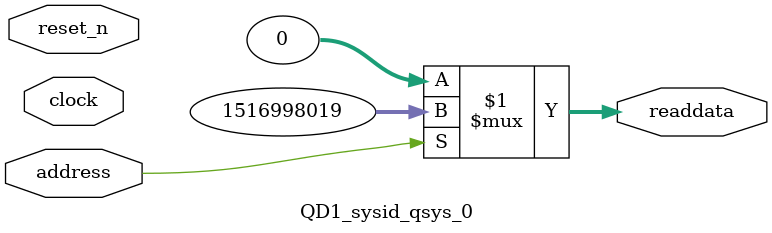
<source format=v>



// synthesis translate_off
`timescale 1ns / 1ps
// synthesis translate_on

// turn off superfluous verilog processor warnings 
// altera message_level Level1 
// altera message_off 10034 10035 10036 10037 10230 10240 10030 

module QD1_sysid_qsys_0 (
               // inputs:
                address,
                clock,
                reset_n,

               // outputs:
                readdata
             )
;

  output  [ 31: 0] readdata;
  input            address;
  input            clock;
  input            reset_n;

  wire    [ 31: 0] readdata;
  //control_slave, which is an e_avalon_slave
  assign readdata = address ? 1516998019 : 0;

endmodule




</source>
